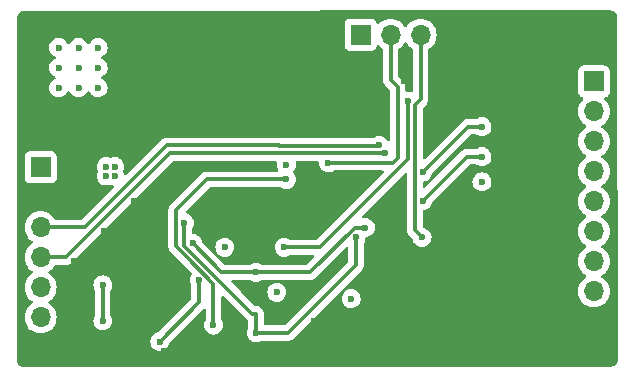
<source format=gbr>
%TF.GenerationSoftware,KiCad,Pcbnew,8.0.6*%
%TF.CreationDate,2025-03-17T21:12:52+03:00*%
%TF.ProjectId,ECU_SW_Control,4543555f-5357-45f4-936f-6e74726f6c2e,v1*%
%TF.SameCoordinates,Original*%
%TF.FileFunction,Copper,L4,Bot*%
%TF.FilePolarity,Positive*%
%FSLAX46Y46*%
G04 Gerber Fmt 4.6, Leading zero omitted, Abs format (unit mm)*
G04 Created by KiCad (PCBNEW 8.0.6) date 2025-03-17 21:12:52*
%MOMM*%
%LPD*%
G01*
G04 APERTURE LIST*
%TA.AperFunction,ComponentPad*%
%ADD10R,1.700000X1.700000*%
%TD*%
%TA.AperFunction,ComponentPad*%
%ADD11O,1.700000X1.700000*%
%TD*%
%TA.AperFunction,ViaPad*%
%ADD12C,0.600000*%
%TD*%
%TA.AperFunction,Conductor*%
%ADD13C,0.300000*%
%TD*%
G04 APERTURE END LIST*
D10*
%TO.P,J2,1,Pin_1*%
%TO.N,/MCU/I_MCLR*%
X188544200Y-111455200D03*
D11*
%TO.P,J2,2,Pin_2*%
%TO.N,/MCU/I_PROG_PGEC*%
X188544200Y-113995200D03*
%TO.P,J2,3,Pin_3*%
%TO.N,/MCU/I_PROG_PGED*%
X188544200Y-116535200D03*
%TO.P,J2,4,Pin_4*%
%TO.N,/MCU/IO_D_C_DEBUG*%
X188544200Y-119075200D03*
%TO.P,J2,5,Pin_5*%
%TO.N,/MCU/IO_C_SPI_CLK*%
X188544200Y-121615200D03*
%TO.P,J2,6,Pin_6*%
%TO.N,/MCU/I_C_SPI_MiSO*%
X188544200Y-124155200D03*
%TO.P,J2,7,Pin_7*%
%TO.N,/MCU/O_C_SPI_MOSI*%
X188544200Y-126695200D03*
%TO.P,J2,8,Pin_8*%
%TO.N,/CAN/5V*%
X188544200Y-129235200D03*
%TO.P,J2,9,Pin_9*%
%TO.N,GND*%
X188544200Y-131775200D03*
%TD*%
D10*
%TO.P,J3,1,Pin_1*%
%TO.N,/MCU/I_A_TEST*%
X168798000Y-107492800D03*
D11*
%TO.P,J3,2,Pin_2*%
%TO.N,/MCU/O_PWM_TEST*%
X171338000Y-107492800D03*
%TO.P,J3,3,Pin_3*%
%TO.N,/MCU/O_D_TEST*%
X173878000Y-107492800D03*
%TD*%
D10*
%TO.P,J1,1,Pin_1*%
%TO.N,/Connector/V_BAT*%
X141706600Y-118719600D03*
D11*
%TO.P,J1,2,Pin_2*%
%TO.N,GND*%
X141706600Y-121259600D03*
%TO.P,J1,3,Pin_3*%
%TO.N,/Connector/COMM1*%
X141706600Y-123799600D03*
%TO.P,J1,4,Pin_4*%
%TO.N,/Connector/COMM2*%
X141706600Y-126339600D03*
%TO.P,J1,5,Pin_5*%
%TO.N,/CAN/CAN-*%
X141706600Y-128879600D03*
%TO.P,J1,6,Pin_6*%
%TO.N,/CAN/CAN+*%
X141706600Y-131419600D03*
%TD*%
D12*
%TO.N,/LDO/V_BATPROT*%
X143223300Y-108585000D03*
X146573300Y-110285000D03*
X144913300Y-111985000D03*
X143223300Y-111985000D03*
X144913300Y-108585000D03*
X144913300Y-110285000D03*
X146573300Y-111985000D03*
X146573300Y-108585000D03*
X143223300Y-110285000D03*
%TO.N,GND*%
X182651400Y-113995200D03*
X157950400Y-108457600D03*
X147040600Y-134315200D03*
X167360600Y-111455200D03*
X179070000Y-121676600D03*
X187731400Y-134315200D03*
X147040600Y-106375200D03*
X185191400Y-113995200D03*
X170789600Y-124663200D03*
X158750400Y-109257600D03*
X182651400Y-129235200D03*
X169900600Y-111455200D03*
X182651400Y-121615200D03*
X158750400Y-108457600D03*
X161100400Y-111607600D03*
X173939200Y-130022600D03*
X151790400Y-126923800D03*
X164871400Y-134315200D03*
X158750400Y-113957600D03*
X152171400Y-134315200D03*
X154660600Y-106375200D03*
X160300400Y-109257600D03*
X159740600Y-106375200D03*
X182651400Y-108915200D03*
X162280600Y-106375200D03*
X158750400Y-110807600D03*
X161100400Y-113957600D03*
X164871400Y-131775200D03*
X158750400Y-111607600D03*
X180111400Y-116535200D03*
X177571400Y-113995200D03*
X182651400Y-124155200D03*
X157251400Y-134315200D03*
X180111400Y-113995200D03*
X180111400Y-134315200D03*
X160300400Y-111607600D03*
X164820600Y-106375200D03*
X144500600Y-119075200D03*
X172440600Y-111455200D03*
X157950400Y-113957600D03*
X156400400Y-109257600D03*
X157251400Y-121615200D03*
X157950400Y-111607600D03*
X157950400Y-110807600D03*
X155600400Y-113957600D03*
X164820600Y-108915200D03*
X182651400Y-126695200D03*
X141960600Y-134315200D03*
X185191400Y-116535200D03*
X160300400Y-108457600D03*
X160300400Y-113157600D03*
X166068800Y-119938800D03*
X152120600Y-106375200D03*
X156400400Y-111607600D03*
X177571400Y-108915200D03*
X182651400Y-119075200D03*
X185191400Y-111455200D03*
X182651400Y-116535200D03*
X149580600Y-134315200D03*
X158750400Y-113157600D03*
X155600400Y-109257600D03*
X187731400Y-106375200D03*
X149580600Y-121615200D03*
X152171400Y-121615200D03*
X185191400Y-108915200D03*
X182651400Y-134315200D03*
X177571400Y-106375200D03*
X155600400Y-108457600D03*
X156400400Y-113157600D03*
X147040600Y-124155200D03*
X144500600Y-134315200D03*
X177571400Y-126695200D03*
X144500600Y-106375200D03*
X164820600Y-111455200D03*
X185191400Y-134315200D03*
X161100400Y-110807600D03*
X182651400Y-131775200D03*
X160300400Y-113957600D03*
X141960600Y-106375200D03*
X180111400Y-119075200D03*
X144500600Y-131775200D03*
X147040600Y-126695200D03*
X161100400Y-108457600D03*
X180111400Y-111455200D03*
X157200600Y-106375200D03*
X185191400Y-126695200D03*
X156400400Y-110807600D03*
X164871400Y-129235200D03*
X161100400Y-113157600D03*
X149580600Y-106375200D03*
X185191400Y-121615200D03*
X156400400Y-113957600D03*
X159791400Y-134315200D03*
X180111400Y-108915200D03*
X162331400Y-124155200D03*
X160300400Y-110807600D03*
X167411400Y-134315200D03*
X180111400Y-106375200D03*
X182651400Y-111455200D03*
X161696400Y-131038600D03*
X185191400Y-124155200D03*
X187731400Y-108915200D03*
X162331400Y-134315200D03*
X177571400Y-111455200D03*
X144500600Y-121615200D03*
X161100400Y-109257600D03*
X155600400Y-110807600D03*
X144500600Y-126695200D03*
X167411400Y-131775200D03*
X155600400Y-111607600D03*
X180111400Y-129235200D03*
X155600400Y-113157600D03*
X156400400Y-108457600D03*
X182651400Y-106375200D03*
X154711400Y-134315200D03*
X180111400Y-124155200D03*
X185191400Y-119075200D03*
X185191400Y-131775200D03*
X157950400Y-113157600D03*
X157950400Y-109257600D03*
X185191400Y-106375200D03*
%TO.N,/CAN/5V*%
X157305800Y-125501400D03*
X167995600Y-129844800D03*
X147980400Y-118668800D03*
X162512800Y-118491000D03*
X147980400Y-119456200D03*
X161696400Y-129311400D03*
X147243800Y-119456200D03*
X147243800Y-118668800D03*
X179070000Y-119951600D03*
%TO.N,Net-(C4-Pad1)*%
X146964400Y-128676400D03*
X146964400Y-131724400D03*
%TO.N,Net-(IC1-~{MCLR})*%
X162331400Y-125501400D03*
X172802400Y-113106200D03*
%TO.N,Net-(IC1-RC5)*%
X174040800Y-121551603D03*
X179070000Y-117830600D03*
%TO.N,/CAN/TX*%
X159943800Y-132740400D03*
X153873200Y-123418600D03*
X168402000Y-124663200D03*
%TO.N,/Connector/COMM2*%
X170891200Y-117525800D03*
%TO.N,/Connector/COMM1*%
X170379051Y-116875800D03*
%TO.N,/MCU/O_D_TEST*%
X173993600Y-124663200D03*
%TO.N,/CAN/STBY*%
X156337000Y-132080000D03*
X162509200Y-119735600D03*
%TO.N,/CAN/RX*%
X154561792Y-125168408D03*
X159943800Y-127609600D03*
X169189400Y-123825000D03*
%TO.N,Net-(IC1-PGED2{slash}RB5)*%
X179070000Y-115290600D03*
X174040800Y-119126000D03*
%TO.N,/MCU/O_PWM_TEST*%
X166068800Y-118338600D03*
%TO.N,Net-(U2-SPLIT)*%
X151790400Y-133477000D03*
X155117800Y-128270000D03*
%TD*%
D13*
%TO.N,Net-(C4-Pad1)*%
X146964400Y-131724400D02*
X146964400Y-128676400D01*
%TO.N,Net-(IC1-~{MCLR})*%
X172802400Y-113106200D02*
X172802400Y-118027600D01*
X165328600Y-125501400D02*
X162331400Y-125501400D01*
X172802400Y-118027600D02*
X165328600Y-125501400D01*
%TO.N,Net-(IC1-RC5)*%
X179070000Y-117830600D02*
X177761803Y-117830600D01*
X177761803Y-117830600D02*
X174040800Y-121551603D01*
%TO.N,/CAN/TX*%
X156837000Y-128363600D02*
X156837000Y-128362855D01*
X159588200Y-131114800D02*
X156837000Y-128363600D01*
X159943800Y-132740400D02*
X159943800Y-131114800D01*
X153873200Y-125399800D02*
X153873200Y-123418600D01*
X154294600Y-125821200D02*
X153873200Y-125399800D01*
X168402000Y-126974600D02*
X168402000Y-124663200D01*
X159943800Y-131114800D02*
X159588200Y-131114800D01*
X154295345Y-125821200D02*
X154294600Y-125821200D01*
X162636200Y-132740400D02*
X168402000Y-126974600D01*
X159943800Y-132740400D02*
X162636200Y-132740400D01*
X156837000Y-128362855D02*
X154295345Y-125821200D01*
%TO.N,/Connector/COMM2*%
X170891200Y-117525800D02*
X152679400Y-117525800D01*
X143865600Y-126339600D02*
X141732000Y-126339600D01*
X152679400Y-117525800D02*
X143865600Y-126339600D01*
%TO.N,/Connector/COMM1*%
X161872961Y-116865400D02*
X152374600Y-116865400D01*
X170374451Y-116880400D02*
X161887961Y-116880400D01*
X152374600Y-116865400D02*
X145440400Y-123799600D01*
X161887961Y-116880400D02*
X161872961Y-116865400D01*
X170379051Y-116875800D02*
X170374451Y-116880400D01*
X145440400Y-123799600D02*
X141732000Y-123799600D01*
%TO.N,/MCU/O_D_TEST*%
X173390800Y-113437039D02*
X173878000Y-112949839D01*
X173878000Y-112949839D02*
X173878000Y-107492800D01*
X173390800Y-124060400D02*
X173390800Y-113437039D01*
X173993600Y-124663200D02*
X173390800Y-124060400D01*
%TO.N,/CAN/STBY*%
X154087493Y-126321200D02*
X153162000Y-125395707D01*
X156337000Y-132080000D02*
X156337000Y-128569961D01*
X156337000Y-128569961D02*
X154088239Y-126321200D01*
X153162000Y-125395707D02*
X153162000Y-122351800D01*
X155778200Y-119735600D02*
X162509200Y-119735600D01*
X154088239Y-126321200D02*
X154087493Y-126321200D01*
X153162000Y-122351800D02*
X155778200Y-119735600D01*
%TO.N,/CAN/RX*%
X157002984Y-127609600D02*
X159943800Y-127609600D01*
X168295561Y-123825000D02*
X169189400Y-123825000D01*
X164510961Y-127609600D02*
X168295561Y-123825000D01*
X159943800Y-127609600D02*
X164510961Y-127609600D01*
X154561792Y-125168408D02*
X157002984Y-127609600D01*
%TO.N,Net-(IC1-PGED2{slash}RB5)*%
X177876200Y-115290600D02*
X179070000Y-115290600D01*
X174040800Y-119126000D02*
X177876200Y-115290600D01*
%TO.N,/MCU/O_PWM_TEST*%
X166068800Y-118338600D02*
X171500800Y-118338600D01*
X171338000Y-111317800D02*
X171338000Y-107492800D01*
X171500800Y-118338600D02*
X171932600Y-117906800D01*
X171932600Y-111912400D02*
X171338000Y-111317800D01*
X171932600Y-117906800D02*
X171932600Y-111912400D01*
%TO.N,Net-(U2-SPLIT)*%
X155117800Y-128270000D02*
X155117800Y-130149600D01*
X155117800Y-130149600D02*
X151790400Y-133477000D01*
%TD*%
%TA.AperFunction,Conductor*%
%TO.N,GND*%
G36*
X167670834Y-125472187D02*
G01*
X167726767Y-125514059D01*
X167751184Y-125579523D01*
X167751500Y-125588369D01*
X167751500Y-126653792D01*
X167731815Y-126720831D01*
X167715181Y-126741473D01*
X162403073Y-132053581D01*
X162341750Y-132087066D01*
X162315392Y-132089900D01*
X160718300Y-132089900D01*
X160651261Y-132070215D01*
X160605506Y-132017411D01*
X160594300Y-131965900D01*
X160594300Y-131050728D01*
X160569302Y-130925061D01*
X160569301Y-130925060D01*
X160569301Y-130925056D01*
X160520265Y-130806673D01*
X160520264Y-130806672D01*
X160520261Y-130806666D01*
X160449076Y-130700131D01*
X160449073Y-130700127D01*
X160358472Y-130609526D01*
X160358468Y-130609523D01*
X160251933Y-130538338D01*
X160251924Y-130538333D01*
X160133544Y-130489299D01*
X160133538Y-130489297D01*
X160007871Y-130464300D01*
X160007869Y-130464300D01*
X159909008Y-130464300D01*
X159841969Y-130444615D01*
X159821327Y-130427981D01*
X158704742Y-129311396D01*
X160890835Y-129311396D01*
X160890835Y-129311403D01*
X160911030Y-129490649D01*
X160911031Y-129490654D01*
X160970611Y-129660923D01*
X161027211Y-129751001D01*
X161066584Y-129813662D01*
X161194138Y-129941216D01*
X161346878Y-130037189D01*
X161425629Y-130064745D01*
X161517145Y-130096768D01*
X161517150Y-130096769D01*
X161696396Y-130116965D01*
X161696400Y-130116965D01*
X161696404Y-130116965D01*
X161875649Y-130096769D01*
X161875652Y-130096768D01*
X161875655Y-130096768D01*
X162045922Y-130037189D01*
X162198662Y-129941216D01*
X162326216Y-129813662D01*
X162422189Y-129660922D01*
X162481768Y-129490655D01*
X162484027Y-129470608D01*
X162501965Y-129311403D01*
X162501965Y-129311396D01*
X162481769Y-129132150D01*
X162481768Y-129132145D01*
X162475773Y-129115013D01*
X162422189Y-128961878D01*
X162326216Y-128809138D01*
X162198662Y-128681584D01*
X162045923Y-128585611D01*
X161875654Y-128526031D01*
X161875649Y-128526030D01*
X161709584Y-128507320D01*
X161701036Y-128503728D01*
X161683216Y-128507320D01*
X161517150Y-128526030D01*
X161517145Y-128526031D01*
X161346876Y-128585611D01*
X161194137Y-128681584D01*
X161066584Y-128809137D01*
X160970611Y-128961876D01*
X160911031Y-129132145D01*
X160911030Y-129132150D01*
X160890835Y-129311396D01*
X158704742Y-129311396D01*
X157865127Y-128471781D01*
X157831642Y-128410458D01*
X157836626Y-128340766D01*
X157878498Y-128284833D01*
X157943962Y-128260416D01*
X157952808Y-128260100D01*
X159438732Y-128260100D01*
X159504704Y-128279106D01*
X159594277Y-128335389D01*
X159594281Y-128335390D01*
X159764537Y-128394966D01*
X159764543Y-128394967D01*
X159764545Y-128394968D01*
X159764546Y-128394968D01*
X159764550Y-128394969D01*
X159943796Y-128415165D01*
X159943800Y-128415165D01*
X159943804Y-128415165D01*
X160123049Y-128394969D01*
X160123051Y-128394968D01*
X160123055Y-128394968D01*
X160123058Y-128394966D01*
X160123062Y-128394966D01*
X160213177Y-128363432D01*
X160293322Y-128335389D01*
X160382896Y-128279105D01*
X160448868Y-128260100D01*
X161669333Y-128260100D01*
X161692231Y-128266823D01*
X161702073Y-128261960D01*
X161723467Y-128260100D01*
X164575032Y-128260100D01*
X164659576Y-128243282D01*
X164700705Y-128235101D01*
X164819088Y-128186065D01*
X164832493Y-128177108D01*
X164841450Y-128171124D01*
X164897442Y-128133710D01*
X164925630Y-128114877D01*
X167539819Y-125500688D01*
X167601142Y-125467203D01*
X167670834Y-125472187D01*
G37*
%TD.AperFunction*%
%TA.AperFunction,Conductor*%
G36*
X165209805Y-118195985D02*
G01*
X165255560Y-118248789D01*
X165265986Y-118314185D01*
X165263235Y-118338598D01*
X165263235Y-118338603D01*
X165283430Y-118517849D01*
X165283431Y-118517854D01*
X165343011Y-118688123D01*
X165438308Y-118839786D01*
X165438984Y-118840862D01*
X165566538Y-118968416D01*
X165606080Y-118993262D01*
X165716271Y-119062500D01*
X165719278Y-119064389D01*
X165840133Y-119106678D01*
X165889545Y-119123968D01*
X165889550Y-119123969D01*
X166068796Y-119144165D01*
X166068800Y-119144165D01*
X166068804Y-119144165D01*
X166248049Y-119123969D01*
X166248051Y-119123968D01*
X166248055Y-119123968D01*
X166248058Y-119123966D01*
X166248062Y-119123966D01*
X166359133Y-119085100D01*
X166418322Y-119064389D01*
X166507896Y-119008105D01*
X166573868Y-118989100D01*
X170621592Y-118989100D01*
X170688631Y-119008785D01*
X170734386Y-119061589D01*
X170744330Y-119130747D01*
X170715305Y-119194303D01*
X170709273Y-119200781D01*
X165095473Y-124814581D01*
X165034150Y-124848066D01*
X165007792Y-124850900D01*
X162836468Y-124850900D01*
X162770496Y-124831894D01*
X162680922Y-124775610D01*
X162680918Y-124775609D01*
X162510662Y-124716033D01*
X162510649Y-124716030D01*
X162331404Y-124695835D01*
X162331396Y-124695835D01*
X162152150Y-124716030D01*
X162152145Y-124716031D01*
X161981876Y-124775611D01*
X161829137Y-124871584D01*
X161701584Y-124999137D01*
X161605611Y-125151876D01*
X161546031Y-125322145D01*
X161546030Y-125322150D01*
X161525835Y-125501396D01*
X161525835Y-125501403D01*
X161546030Y-125680649D01*
X161546031Y-125680654D01*
X161605611Y-125850923D01*
X161621333Y-125875944D01*
X161701584Y-126003662D01*
X161829138Y-126131216D01*
X161892304Y-126170906D01*
X161977421Y-126224389D01*
X161981878Y-126227189D01*
X162152139Y-126286766D01*
X162152145Y-126286768D01*
X162152150Y-126286769D01*
X162331396Y-126306965D01*
X162331400Y-126306965D01*
X162331404Y-126306965D01*
X162510649Y-126286769D01*
X162510651Y-126286768D01*
X162510655Y-126286768D01*
X162510658Y-126286766D01*
X162510662Y-126286766D01*
X162600777Y-126255232D01*
X162680922Y-126227189D01*
X162770496Y-126170905D01*
X162836468Y-126151900D01*
X164749353Y-126151900D01*
X164816392Y-126171585D01*
X164862147Y-126224389D01*
X164872091Y-126293547D01*
X164843066Y-126357103D01*
X164837034Y-126363581D01*
X164277834Y-126922781D01*
X164216511Y-126956266D01*
X164190153Y-126959100D01*
X160448868Y-126959100D01*
X160382896Y-126940094D01*
X160293322Y-126883810D01*
X160293318Y-126883809D01*
X160123062Y-126824233D01*
X160123049Y-126824230D01*
X159943804Y-126804035D01*
X159943796Y-126804035D01*
X159764550Y-126824230D01*
X159764537Y-126824233D01*
X159594281Y-126883809D01*
X159594277Y-126883810D01*
X159504704Y-126940094D01*
X159438732Y-126959100D01*
X157323792Y-126959100D01*
X157256753Y-126939415D01*
X157236111Y-126922781D01*
X155814726Y-125501396D01*
X156500235Y-125501396D01*
X156500235Y-125501403D01*
X156520430Y-125680649D01*
X156520431Y-125680654D01*
X156580011Y-125850923D01*
X156595733Y-125875944D01*
X156675984Y-126003662D01*
X156803538Y-126131216D01*
X156866704Y-126170906D01*
X156951821Y-126224389D01*
X156956278Y-126227189D01*
X157126539Y-126286766D01*
X157126545Y-126286768D01*
X157126550Y-126286769D01*
X157305796Y-126306965D01*
X157305800Y-126306965D01*
X157305804Y-126306965D01*
X157485049Y-126286769D01*
X157485052Y-126286768D01*
X157485055Y-126286768D01*
X157655322Y-126227189D01*
X157808062Y-126131216D01*
X157935616Y-126003662D01*
X158031589Y-125850922D01*
X158091168Y-125680655D01*
X158091169Y-125680649D01*
X158111365Y-125501403D01*
X158111365Y-125501396D01*
X158091169Y-125322150D01*
X158091168Y-125322145D01*
X158080975Y-125293015D01*
X158031589Y-125151878D01*
X157935616Y-124999138D01*
X157808062Y-124871584D01*
X157775144Y-124850900D01*
X157655323Y-124775611D01*
X157485054Y-124716031D01*
X157485049Y-124716030D01*
X157305804Y-124695835D01*
X157305796Y-124695835D01*
X157126550Y-124716030D01*
X157126545Y-124716031D01*
X156956276Y-124775611D01*
X156803537Y-124871584D01*
X156675984Y-124999137D01*
X156580011Y-125151876D01*
X156520431Y-125322145D01*
X156520430Y-125322150D01*
X156500235Y-125501396D01*
X155814726Y-125501396D01*
X155383514Y-125070184D01*
X155350029Y-125008861D01*
X155347974Y-124996381D01*
X155347160Y-124989153D01*
X155287581Y-124818886D01*
X155260389Y-124775611D01*
X155248374Y-124756488D01*
X155191608Y-124666146D01*
X155064054Y-124538592D01*
X154911315Y-124442619D01*
X154741046Y-124383039D01*
X154741042Y-124383038D01*
X154633816Y-124370957D01*
X154569402Y-124343890D01*
X154529847Y-124286295D01*
X154523700Y-124247737D01*
X154523700Y-123923667D01*
X154542707Y-123857694D01*
X154598988Y-123768124D01*
X154608972Y-123739592D01*
X154658568Y-123597855D01*
X154658569Y-123597849D01*
X154678765Y-123418603D01*
X154678765Y-123418596D01*
X154658569Y-123239350D01*
X154658568Y-123239345D01*
X154598988Y-123069076D01*
X154559782Y-123006680D01*
X154503016Y-122916338D01*
X154375462Y-122788784D01*
X154331405Y-122761101D01*
X154222723Y-122692811D01*
X154052089Y-122633104D01*
X153995313Y-122592382D01*
X153969566Y-122527429D01*
X153983022Y-122458868D01*
X154005360Y-122428385D01*
X156011327Y-120422419D01*
X156072650Y-120388934D01*
X156099008Y-120386100D01*
X162004132Y-120386100D01*
X162070104Y-120405106D01*
X162159677Y-120461389D01*
X162159681Y-120461390D01*
X162329937Y-120520966D01*
X162329943Y-120520967D01*
X162329945Y-120520968D01*
X162329946Y-120520968D01*
X162329950Y-120520969D01*
X162509196Y-120541165D01*
X162509200Y-120541165D01*
X162509204Y-120541165D01*
X162688449Y-120520969D01*
X162688452Y-120520968D01*
X162688455Y-120520968D01*
X162858722Y-120461389D01*
X163011462Y-120365416D01*
X163139016Y-120237862D01*
X163234989Y-120085122D01*
X163294568Y-119914855D01*
X163301674Y-119851788D01*
X163314765Y-119735603D01*
X163314765Y-119735596D01*
X163294569Y-119556350D01*
X163294568Y-119556345D01*
X163259524Y-119456196D01*
X163234989Y-119386078D01*
X163226538Y-119372629D01*
X163152567Y-119254904D01*
X163139016Y-119233338D01*
X163108459Y-119202781D01*
X163074974Y-119141458D01*
X163079958Y-119071766D01*
X163108459Y-119027419D01*
X163117556Y-119018322D01*
X163142616Y-118993262D01*
X163238589Y-118840522D01*
X163298168Y-118670255D01*
X163298332Y-118668800D01*
X163318365Y-118491003D01*
X163318365Y-118490997D01*
X163298443Y-118314184D01*
X163310497Y-118245362D01*
X163357847Y-118193982D01*
X163421663Y-118176300D01*
X165142766Y-118176300D01*
X165209805Y-118195985D01*
G37*
%TD.AperFunction*%
%TA.AperFunction,Conductor*%
G36*
X172692855Y-108159346D02*
G01*
X172709575Y-108178642D01*
X172839501Y-108364196D01*
X172839506Y-108364202D01*
X173006597Y-108531293D01*
X173006603Y-108531298D01*
X173174623Y-108648947D01*
X173218248Y-108703524D01*
X173227500Y-108750522D01*
X173227500Y-112232094D01*
X173207815Y-112299133D01*
X173155011Y-112344888D01*
X173085853Y-112354832D01*
X173062546Y-112349136D01*
X172981657Y-112320832D01*
X172981649Y-112320830D01*
X172802404Y-112300635D01*
X172802395Y-112300635D01*
X172720982Y-112309807D01*
X172652160Y-112297752D01*
X172600782Y-112250402D01*
X172583100Y-112186587D01*
X172583100Y-111848328D01*
X172558102Y-111722661D01*
X172558101Y-111722660D01*
X172558101Y-111722656D01*
X172509065Y-111604273D01*
X172509064Y-111604272D01*
X172509061Y-111604266D01*
X172444433Y-111507544D01*
X172444430Y-111507540D01*
X172444428Y-111507536D01*
X172437876Y-111497730D01*
X172437875Y-111497729D01*
X172437873Y-111497726D01*
X172024819Y-111084672D01*
X171991334Y-111023349D01*
X171988500Y-110996991D01*
X171988500Y-108750522D01*
X172008185Y-108683483D01*
X172041377Y-108648947D01*
X172092429Y-108613199D01*
X172209401Y-108531295D01*
X172376495Y-108364201D01*
X172506425Y-108178642D01*
X172561002Y-108135017D01*
X172630500Y-108127823D01*
X172692855Y-108159346D01*
G37*
%TD.AperFunction*%
%TA.AperFunction,Conductor*%
G36*
X189955809Y-105446453D02*
G01*
X190060991Y-105458298D01*
X190088057Y-105464475D01*
X190181374Y-105497123D01*
X190206393Y-105509171D01*
X190290104Y-105561768D01*
X190311815Y-105579082D01*
X190381717Y-105648984D01*
X190399031Y-105670695D01*
X190451628Y-105754406D01*
X190463676Y-105779427D01*
X190496323Y-105872740D01*
X190502501Y-105899813D01*
X190514348Y-106005015D01*
X190515127Y-106018897D01*
X190515124Y-106084285D01*
X190515304Y-106086997D01*
X190583681Y-135019309D01*
X190582901Y-135033485D01*
X190571066Y-135138530D01*
X190564887Y-135165602D01*
X190532234Y-135258918D01*
X190520187Y-135283935D01*
X190467583Y-135367653D01*
X190450270Y-135389362D01*
X190380362Y-135459270D01*
X190358653Y-135476583D01*
X190274935Y-135529187D01*
X190249922Y-135541232D01*
X190156598Y-135573888D01*
X190129529Y-135580066D01*
X190042519Y-135589869D01*
X190024315Y-135591920D01*
X190010434Y-135592700D01*
X189944255Y-135592700D01*
X189942932Y-135592786D01*
X140265463Y-135651149D01*
X140251434Y-135650369D01*
X140146668Y-135638565D01*
X140119595Y-135632386D01*
X140026275Y-135599731D01*
X140001257Y-135587683D01*
X139917537Y-135535076D01*
X139895829Y-135517763D01*
X139854650Y-135476583D01*
X139825918Y-135447850D01*
X139808611Y-135426148D01*
X139756007Y-135342424D01*
X139743960Y-135317406D01*
X139711308Y-135224082D01*
X139705130Y-135197010D01*
X139693285Y-135091848D01*
X139692506Y-135077861D01*
X139692551Y-135026413D01*
X139702370Y-123799599D01*
X140350941Y-123799599D01*
X140350941Y-123799600D01*
X140371536Y-124035003D01*
X140371538Y-124035013D01*
X140432694Y-124263255D01*
X140432696Y-124263259D01*
X140432697Y-124263263D01*
X140516332Y-124442619D01*
X140532565Y-124477430D01*
X140532567Y-124477434D01*
X140631598Y-124618864D01*
X140668101Y-124670996D01*
X140668106Y-124671002D01*
X140835197Y-124838093D01*
X140835203Y-124838098D01*
X141020758Y-124968025D01*
X141064383Y-125022602D01*
X141071577Y-125092100D01*
X141040054Y-125154455D01*
X141020758Y-125171175D01*
X140835197Y-125301105D01*
X140668105Y-125468197D01*
X140532565Y-125661769D01*
X140532564Y-125661771D01*
X140432698Y-125875935D01*
X140432694Y-125875944D01*
X140371538Y-126104186D01*
X140371536Y-126104196D01*
X140350941Y-126339599D01*
X140350941Y-126339600D01*
X140371536Y-126575003D01*
X140371538Y-126575013D01*
X140432694Y-126803255D01*
X140432696Y-126803259D01*
X140432697Y-126803263D01*
X140496186Y-126939415D01*
X140532565Y-127017430D01*
X140532567Y-127017434D01*
X140631598Y-127158864D01*
X140668101Y-127210996D01*
X140668106Y-127211002D01*
X140835197Y-127378093D01*
X140835203Y-127378098D01*
X141020758Y-127508025D01*
X141064383Y-127562602D01*
X141071577Y-127632100D01*
X141040054Y-127694455D01*
X141020758Y-127711175D01*
X140835197Y-127841105D01*
X140668105Y-128008197D01*
X140532565Y-128201769D01*
X140532564Y-128201771D01*
X140432698Y-128415935D01*
X140432694Y-128415944D01*
X140371538Y-128644186D01*
X140371536Y-128644196D01*
X140350941Y-128879599D01*
X140350941Y-128879600D01*
X140371536Y-129115003D01*
X140371538Y-129115013D01*
X140432694Y-129343255D01*
X140432696Y-129343259D01*
X140432697Y-129343263D01*
X140501427Y-129490654D01*
X140532565Y-129557430D01*
X140532567Y-129557434D01*
X140668101Y-129750995D01*
X140668106Y-129751002D01*
X140835197Y-129918093D01*
X140835203Y-129918098D01*
X141020758Y-130048025D01*
X141064383Y-130102602D01*
X141071577Y-130172100D01*
X141040054Y-130234455D01*
X141020758Y-130251175D01*
X140835197Y-130381105D01*
X140668105Y-130548197D01*
X140532565Y-130741769D01*
X140532564Y-130741771D01*
X140432698Y-130955935D01*
X140432694Y-130955944D01*
X140371538Y-131184186D01*
X140371536Y-131184196D01*
X140350941Y-131419599D01*
X140350941Y-131419600D01*
X140371536Y-131655003D01*
X140371538Y-131655013D01*
X140432694Y-131883255D01*
X140432696Y-131883259D01*
X140432697Y-131883263D01*
X140524435Y-132079996D01*
X140532565Y-132097430D01*
X140532567Y-132097434D01*
X140623054Y-132226662D01*
X140668105Y-132291001D01*
X140835199Y-132458095D01*
X140908996Y-132509768D01*
X141028765Y-132593632D01*
X141028767Y-132593633D01*
X141028770Y-132593635D01*
X141242937Y-132693503D01*
X141471192Y-132754663D01*
X141659518Y-132771139D01*
X141706599Y-132775259D01*
X141706600Y-132775259D01*
X141706601Y-132775259D01*
X141745834Y-132771826D01*
X141942008Y-132754663D01*
X142170263Y-132693503D01*
X142384430Y-132593635D01*
X142578001Y-132458095D01*
X142745095Y-132291001D01*
X142880635Y-132097430D01*
X142980503Y-131883263D01*
X143041663Y-131655008D01*
X143062259Y-131419600D01*
X143041663Y-131184192D01*
X142980503Y-130955937D01*
X142880635Y-130741771D01*
X142851479Y-130700131D01*
X142745094Y-130548197D01*
X142578002Y-130381106D01*
X142577996Y-130381101D01*
X142392442Y-130251175D01*
X142348817Y-130196598D01*
X142341623Y-130127100D01*
X142373146Y-130064745D01*
X142392442Y-130048025D01*
X142426683Y-130024049D01*
X142578001Y-129918095D01*
X142745095Y-129751001D01*
X142880635Y-129557430D01*
X142980503Y-129343263D01*
X143041663Y-129115008D01*
X143062259Y-128879600D01*
X143044481Y-128676396D01*
X146158835Y-128676396D01*
X146158835Y-128676403D01*
X146179030Y-128855649D01*
X146179031Y-128855654D01*
X146238611Y-129025924D01*
X146294893Y-129115494D01*
X146313900Y-129181467D01*
X146313900Y-131219331D01*
X146294894Y-131285303D01*
X146238611Y-131374877D01*
X146238609Y-131374881D01*
X146179033Y-131545137D01*
X146179030Y-131545150D01*
X146158835Y-131724396D01*
X146158835Y-131724403D01*
X146179030Y-131903649D01*
X146179031Y-131903654D01*
X146238611Y-132073923D01*
X146334584Y-132226662D01*
X146462138Y-132354216D01*
X146520484Y-132390877D01*
X146581986Y-132429522D01*
X146614878Y-132450189D01*
X146637481Y-132458098D01*
X146785145Y-132509768D01*
X146785150Y-132509769D01*
X146964396Y-132529965D01*
X146964400Y-132529965D01*
X146964404Y-132529965D01*
X147143649Y-132509769D01*
X147143652Y-132509768D01*
X147143655Y-132509768D01*
X147313922Y-132450189D01*
X147466662Y-132354216D01*
X147594216Y-132226662D01*
X147690189Y-132073922D01*
X147749768Y-131903655D01*
X147749769Y-131903649D01*
X147769965Y-131724403D01*
X147769965Y-131724396D01*
X147749769Y-131545150D01*
X147749766Y-131545137D01*
X147690190Y-131374881D01*
X147690189Y-131374878D01*
X147668408Y-131340214D01*
X147633906Y-131285303D01*
X147614900Y-131219331D01*
X147614900Y-129181467D01*
X147633907Y-129115494D01*
X147690188Y-129025924D01*
X147712599Y-128961878D01*
X147749768Y-128855655D01*
X147755009Y-128809138D01*
X147769965Y-128676403D01*
X147769965Y-128676396D01*
X147749769Y-128497150D01*
X147749768Y-128497145D01*
X147740893Y-128471781D01*
X147690189Y-128326878D01*
X147594216Y-128174138D01*
X147466662Y-128046584D01*
X147372949Y-127987700D01*
X147313923Y-127950611D01*
X147143654Y-127891031D01*
X147143649Y-127891030D01*
X146964404Y-127870835D01*
X146964396Y-127870835D01*
X146785150Y-127891030D01*
X146785145Y-127891031D01*
X146614876Y-127950611D01*
X146462137Y-128046584D01*
X146334584Y-128174137D01*
X146238611Y-128326876D01*
X146179031Y-128497145D01*
X146179030Y-128497150D01*
X146158835Y-128676396D01*
X143044481Y-128676396D01*
X143041663Y-128644192D01*
X142980503Y-128415937D01*
X142880635Y-128201771D01*
X142877089Y-128196706D01*
X142745094Y-128008197D01*
X142578002Y-127841106D01*
X142577996Y-127841101D01*
X142392442Y-127711175D01*
X142348817Y-127656598D01*
X142341623Y-127587100D01*
X142373146Y-127524745D01*
X142392442Y-127508025D01*
X142414626Y-127492491D01*
X142578001Y-127378095D01*
X142745095Y-127211001D01*
X142862747Y-127042977D01*
X142917324Y-126999352D01*
X142964322Y-126990100D01*
X143929671Y-126990100D01*
X144014215Y-126973282D01*
X144055344Y-126965101D01*
X144173727Y-126916065D01*
X144221999Y-126883811D01*
X144280269Y-126844877D01*
X152912527Y-118212619D01*
X152973850Y-118179134D01*
X153000208Y-118176300D01*
X161603937Y-118176300D01*
X161670976Y-118195985D01*
X161716731Y-118248789D01*
X161727157Y-118314184D01*
X161707235Y-118490997D01*
X161707235Y-118491003D01*
X161727430Y-118670249D01*
X161727431Y-118670254D01*
X161787011Y-118840523D01*
X161821322Y-118895128D01*
X161840322Y-118962365D01*
X161819954Y-119029200D01*
X161766686Y-119074414D01*
X161716328Y-119085100D01*
X155714129Y-119085100D01*
X155588461Y-119110097D01*
X155588455Y-119110099D01*
X155550068Y-119126000D01*
X155550067Y-119126000D01*
X155470081Y-119159130D01*
X155470063Y-119159140D01*
X155363532Y-119230321D01*
X155363525Y-119230327D01*
X152656726Y-121937126D01*
X152585534Y-122043674D01*
X152536499Y-122162055D01*
X152536497Y-122162061D01*
X152511500Y-122287728D01*
X152511500Y-125459778D01*
X152513971Y-125472198D01*
X152531926Y-125562461D01*
X152535320Y-125579523D01*
X152536499Y-125585451D01*
X152585534Y-125703832D01*
X152656726Y-125810380D01*
X152656727Y-125810381D01*
X153673321Y-126826974D01*
X153681292Y-126834199D01*
X154467008Y-127619915D01*
X154500493Y-127681238D01*
X154495509Y-127750930D01*
X154484321Y-127773568D01*
X154392011Y-127920476D01*
X154332431Y-128090745D01*
X154332430Y-128090750D01*
X154312235Y-128269996D01*
X154312235Y-128270003D01*
X154332430Y-128449249D01*
X154332431Y-128449254D01*
X154392011Y-128619524D01*
X154448293Y-128709094D01*
X154467300Y-128775067D01*
X154467300Y-129828791D01*
X154447615Y-129895830D01*
X154430981Y-129916472D01*
X151692175Y-132655277D01*
X151630852Y-132688762D01*
X151618388Y-132690815D01*
X151611152Y-132691630D01*
X151611144Y-132691632D01*
X151440878Y-132751210D01*
X151288137Y-132847184D01*
X151160584Y-132974737D01*
X151064611Y-133127476D01*
X151005031Y-133297745D01*
X151005030Y-133297750D01*
X150984835Y-133476996D01*
X150984835Y-133477003D01*
X151005030Y-133656249D01*
X151005031Y-133656254D01*
X151064611Y-133826523D01*
X151160584Y-133979262D01*
X151288138Y-134106816D01*
X151440878Y-134202789D01*
X151611145Y-134262368D01*
X151611150Y-134262369D01*
X151790396Y-134282565D01*
X151790400Y-134282565D01*
X151790404Y-134282565D01*
X151969649Y-134262369D01*
X151969652Y-134262368D01*
X151969655Y-134262368D01*
X152139922Y-134202789D01*
X152292662Y-134106816D01*
X152420216Y-133979262D01*
X152516189Y-133826522D01*
X152575768Y-133656255D01*
X152576582Y-133649025D01*
X152603645Y-133584611D01*
X152612112Y-133575232D01*
X155474819Y-130712526D01*
X155536142Y-130679041D01*
X155605834Y-130684025D01*
X155661767Y-130725897D01*
X155686184Y-130791361D01*
X155686500Y-130800207D01*
X155686500Y-131574931D01*
X155667494Y-131640903D01*
X155611211Y-131730477D01*
X155611209Y-131730481D01*
X155551633Y-131900737D01*
X155551630Y-131900750D01*
X155531435Y-132079996D01*
X155531435Y-132080003D01*
X155551630Y-132259249D01*
X155551631Y-132259254D01*
X155611211Y-132429523D01*
X155693910Y-132561137D01*
X155707184Y-132582262D01*
X155834738Y-132709816D01*
X155987478Y-132805789D01*
X156105778Y-132847184D01*
X156157745Y-132865368D01*
X156157750Y-132865369D01*
X156336996Y-132885565D01*
X156337000Y-132885565D01*
X156337004Y-132885565D01*
X156516249Y-132865369D01*
X156516252Y-132865368D01*
X156516255Y-132865368D01*
X156686522Y-132805789D01*
X156839262Y-132709816D01*
X156966816Y-132582262D01*
X157062789Y-132429522D01*
X157122368Y-132259255D01*
X157125064Y-132235331D01*
X157142565Y-132080003D01*
X157142565Y-132079996D01*
X157122369Y-131900750D01*
X157122366Y-131900737D01*
X157062790Y-131730481D01*
X157062789Y-131730478D01*
X157038150Y-131691265D01*
X157006506Y-131640903D01*
X156987500Y-131574931D01*
X156987500Y-129733408D01*
X157007185Y-129666369D01*
X157059989Y-129620614D01*
X157129147Y-129610670D01*
X157192703Y-129639695D01*
X157199181Y-129645727D01*
X159173524Y-131620071D01*
X159173527Y-131620074D01*
X159225805Y-131655005D01*
X159225817Y-131655013D01*
X159238186Y-131663277D01*
X159282993Y-131716885D01*
X159293300Y-131766382D01*
X159293300Y-132235331D01*
X159274294Y-132301303D01*
X159218011Y-132390877D01*
X159218009Y-132390881D01*
X159158433Y-132561137D01*
X159158430Y-132561150D01*
X159138235Y-132740396D01*
X159138235Y-132740403D01*
X159158430Y-132919649D01*
X159158431Y-132919654D01*
X159218011Y-133089923D01*
X159241609Y-133127478D01*
X159313984Y-133242662D01*
X159441538Y-133370216D01*
X159594278Y-133466189D01*
X159625183Y-133477003D01*
X159764545Y-133525768D01*
X159764550Y-133525769D01*
X159943796Y-133545965D01*
X159943800Y-133545965D01*
X159943804Y-133545965D01*
X160123049Y-133525769D01*
X160123051Y-133525768D01*
X160123055Y-133525768D01*
X160123058Y-133525766D01*
X160123062Y-133525766D01*
X160262417Y-133477003D01*
X160293322Y-133466189D01*
X160382896Y-133409905D01*
X160448868Y-133390900D01*
X162700271Y-133390900D01*
X162784815Y-133374082D01*
X162825944Y-133365901D01*
X162944327Y-133316865D01*
X163050869Y-133245677D01*
X166451750Y-129844796D01*
X167190035Y-129844796D01*
X167190035Y-129844803D01*
X167210230Y-130024049D01*
X167210231Y-130024054D01*
X167269811Y-130194323D01*
X167295028Y-130234455D01*
X167365784Y-130347062D01*
X167493338Y-130474616D01*
X167516703Y-130489297D01*
X167636019Y-130564269D01*
X167646078Y-130570589D01*
X167757345Y-130609523D01*
X167816345Y-130630168D01*
X167816350Y-130630169D01*
X167995596Y-130650365D01*
X167995600Y-130650365D01*
X167995604Y-130650365D01*
X168174849Y-130630169D01*
X168174852Y-130630168D01*
X168174855Y-130630168D01*
X168345122Y-130570589D01*
X168497862Y-130474616D01*
X168625416Y-130347062D01*
X168721389Y-130194322D01*
X168780968Y-130024055D01*
X168790302Y-129941215D01*
X168801165Y-129844803D01*
X168801165Y-129844796D01*
X168780969Y-129665550D01*
X168780968Y-129665545D01*
X168721388Y-129495276D01*
X168625872Y-129343264D01*
X168625416Y-129342538D01*
X168497862Y-129214984D01*
X168366025Y-129132145D01*
X168345123Y-129119011D01*
X168174854Y-129059431D01*
X168174849Y-129059430D01*
X167995604Y-129039235D01*
X167995596Y-129039235D01*
X167816350Y-129059430D01*
X167816345Y-129059431D01*
X167646076Y-129119011D01*
X167493337Y-129214984D01*
X167365784Y-129342537D01*
X167269811Y-129495276D01*
X167210231Y-129665545D01*
X167210230Y-129665550D01*
X167190035Y-129844796D01*
X166451750Y-129844796D01*
X168907277Y-127389269D01*
X168978466Y-127282726D01*
X169027501Y-127164343D01*
X169038841Y-127107338D01*
X169052500Y-127038669D01*
X169052500Y-125168267D01*
X169071507Y-125102294D01*
X169127788Y-125012724D01*
X169132542Y-124999138D01*
X169187368Y-124842455D01*
X169187860Y-124838095D01*
X169200451Y-124726337D01*
X169227517Y-124661923D01*
X169285111Y-124622368D01*
X169309776Y-124617001D01*
X169368655Y-124610368D01*
X169538922Y-124550789D01*
X169691662Y-124454816D01*
X169819216Y-124327262D01*
X169915189Y-124174522D01*
X169974768Y-124004255D01*
X169974769Y-124004249D01*
X169994965Y-123825003D01*
X169994965Y-123824996D01*
X169974769Y-123645750D01*
X169974768Y-123645745D01*
X169915189Y-123475478D01*
X169819216Y-123322738D01*
X169691662Y-123195184D01*
X169613810Y-123146266D01*
X169538923Y-123099211D01*
X169368654Y-123039631D01*
X169368649Y-123039630D01*
X169189404Y-123019435D01*
X169189396Y-123019435D01*
X169024383Y-123038027D01*
X168955561Y-123025972D01*
X168904182Y-122978623D01*
X168886558Y-122911013D01*
X168908285Y-122844607D01*
X168922814Y-122827131D01*
X172528619Y-119221327D01*
X172589942Y-119187842D01*
X172659634Y-119192826D01*
X172715567Y-119234698D01*
X172739984Y-119300162D01*
X172740300Y-119309008D01*
X172740300Y-124124469D01*
X172740300Y-124124471D01*
X172740299Y-124124471D01*
X172763214Y-124239665D01*
X172765299Y-124250144D01*
X172765299Y-124250145D01*
X172814333Y-124368525D01*
X172829092Y-124390613D01*
X172881992Y-124469785D01*
X172885526Y-124475073D01*
X172885527Y-124475074D01*
X173171877Y-124761423D01*
X173205362Y-124822746D01*
X173207415Y-124835212D01*
X173208230Y-124842446D01*
X173208232Y-124842455D01*
X173267810Y-125012721D01*
X173324093Y-125102294D01*
X173363784Y-125165462D01*
X173491338Y-125293016D01*
X173540052Y-125323625D01*
X173626910Y-125378202D01*
X173644078Y-125388989D01*
X173683262Y-125402700D01*
X173814345Y-125448568D01*
X173814350Y-125448569D01*
X173993596Y-125468765D01*
X173993600Y-125468765D01*
X173993604Y-125468765D01*
X174172849Y-125448569D01*
X174172852Y-125448568D01*
X174172855Y-125448568D01*
X174343122Y-125388989D01*
X174495862Y-125293016D01*
X174623416Y-125165462D01*
X174719389Y-125012722D01*
X174778968Y-124842455D01*
X174779459Y-124838098D01*
X174799165Y-124663203D01*
X174799165Y-124663196D01*
X174778969Y-124483950D01*
X174778968Y-124483945D01*
X174774013Y-124469785D01*
X174719389Y-124313678D01*
X174623416Y-124160938D01*
X174495862Y-124033384D01*
X174449494Y-124004249D01*
X174343121Y-123937410D01*
X174172855Y-123877832D01*
X174172846Y-123877830D01*
X174165612Y-123877015D01*
X174101200Y-123849944D01*
X174091823Y-123841477D01*
X174077619Y-123827273D01*
X174044134Y-123765950D01*
X174041300Y-123739592D01*
X174041300Y-122467924D01*
X174060985Y-122400885D01*
X174113789Y-122355130D01*
X174151412Y-122344704D01*
X174220055Y-122336971D01*
X174390322Y-122277392D01*
X174543062Y-122181419D01*
X174670616Y-122053865D01*
X174766589Y-121901125D01*
X174826168Y-121730858D01*
X174826982Y-121723628D01*
X174854045Y-121659214D01*
X174862512Y-121649835D01*
X176560752Y-119951596D01*
X178264435Y-119951596D01*
X178264435Y-119951603D01*
X178284630Y-120130849D01*
X178284631Y-120130854D01*
X178344211Y-120301123D01*
X178418577Y-120419475D01*
X178440184Y-120453862D01*
X178567738Y-120581416D01*
X178720478Y-120677389D01*
X178890745Y-120736968D01*
X178890750Y-120736969D01*
X179069996Y-120757165D01*
X179070000Y-120757165D01*
X179070004Y-120757165D01*
X179249249Y-120736969D01*
X179249252Y-120736968D01*
X179249255Y-120736968D01*
X179419522Y-120677389D01*
X179572262Y-120581416D01*
X179699816Y-120453862D01*
X179795789Y-120301122D01*
X179855368Y-120130855D01*
X179857301Y-120113698D01*
X179875565Y-119951603D01*
X179875565Y-119951596D01*
X179855369Y-119772350D01*
X179855368Y-119772345D01*
X179801176Y-119617473D01*
X179795789Y-119602078D01*
X179699816Y-119449338D01*
X179572262Y-119321784D01*
X179419523Y-119225811D01*
X179249254Y-119166231D01*
X179249249Y-119166230D01*
X179070004Y-119146035D01*
X179069996Y-119146035D01*
X178890750Y-119166230D01*
X178890745Y-119166231D01*
X178720476Y-119225811D01*
X178567737Y-119321784D01*
X178440184Y-119449337D01*
X178344211Y-119602076D01*
X178284631Y-119772345D01*
X178284630Y-119772350D01*
X178264435Y-119951596D01*
X176560752Y-119951596D01*
X177994930Y-118517419D01*
X178056253Y-118483934D01*
X178082611Y-118481100D01*
X178564932Y-118481100D01*
X178630904Y-118500106D01*
X178720477Y-118556389D01*
X178720481Y-118556390D01*
X178890737Y-118615966D01*
X178890743Y-118615967D01*
X178890745Y-118615968D01*
X178890746Y-118615968D01*
X178890750Y-118615969D01*
X179069996Y-118636165D01*
X179070000Y-118636165D01*
X179070004Y-118636165D01*
X179249249Y-118615969D01*
X179249252Y-118615968D01*
X179249255Y-118615968D01*
X179419522Y-118556389D01*
X179572262Y-118460416D01*
X179699816Y-118332862D01*
X179795789Y-118180122D01*
X179855368Y-118009855D01*
X179857169Y-117993872D01*
X179875565Y-117830603D01*
X179875565Y-117830596D01*
X179855369Y-117651350D01*
X179855368Y-117651345D01*
X179795788Y-117481076D01*
X179748988Y-117406595D01*
X179699816Y-117328338D01*
X179572262Y-117200784D01*
X179509096Y-117161094D01*
X179419523Y-117104811D01*
X179249254Y-117045231D01*
X179249249Y-117045230D01*
X179070004Y-117025035D01*
X179069996Y-117025035D01*
X178890750Y-117045230D01*
X178890737Y-117045233D01*
X178720481Y-117104809D01*
X178720477Y-117104810D01*
X178630904Y-117161094D01*
X178564932Y-117180100D01*
X177697732Y-117180100D01*
X177572064Y-117205097D01*
X177572058Y-117205099D01*
X177453677Y-117254134D01*
X177347129Y-117325326D01*
X177347128Y-117325327D01*
X174252981Y-120419475D01*
X174191658Y-120452960D01*
X174121966Y-120447976D01*
X174066033Y-120406104D01*
X174041616Y-120340640D01*
X174041300Y-120331794D01*
X174041300Y-120042321D01*
X174060985Y-119975282D01*
X174113789Y-119929527D01*
X174151412Y-119919101D01*
X174220055Y-119911368D01*
X174390322Y-119851789D01*
X174543062Y-119755816D01*
X174670616Y-119628262D01*
X174766589Y-119475522D01*
X174826168Y-119305255D01*
X174826982Y-119298025D01*
X174854045Y-119233611D01*
X174862512Y-119224232D01*
X178109327Y-115977419D01*
X178170650Y-115943934D01*
X178197008Y-115941100D01*
X178564932Y-115941100D01*
X178630904Y-115960106D01*
X178720477Y-116016389D01*
X178720481Y-116016390D01*
X178890737Y-116075966D01*
X178890743Y-116075967D01*
X178890745Y-116075968D01*
X178890746Y-116075968D01*
X178890750Y-116075969D01*
X179069996Y-116096165D01*
X179070000Y-116096165D01*
X179070004Y-116096165D01*
X179249249Y-116075969D01*
X179249252Y-116075968D01*
X179249255Y-116075968D01*
X179419522Y-116016389D01*
X179572262Y-115920416D01*
X179699816Y-115792862D01*
X179795789Y-115640122D01*
X179855368Y-115469855D01*
X179855369Y-115469849D01*
X179875565Y-115290603D01*
X179875565Y-115290596D01*
X179855369Y-115111350D01*
X179855368Y-115111345D01*
X179795788Y-114941076D01*
X179699815Y-114788337D01*
X179572262Y-114660784D01*
X179419523Y-114564811D01*
X179249254Y-114505231D01*
X179249249Y-114505230D01*
X179070004Y-114485035D01*
X179069996Y-114485035D01*
X178890750Y-114505230D01*
X178890737Y-114505233D01*
X178720481Y-114564809D01*
X178720477Y-114564810D01*
X178630904Y-114621094D01*
X178564932Y-114640100D01*
X177812129Y-114640100D01*
X177686461Y-114665097D01*
X177686455Y-114665099D01*
X177568074Y-114714134D01*
X177461526Y-114785326D01*
X177461525Y-114785327D01*
X174252981Y-117993872D01*
X174191658Y-118027357D01*
X174121966Y-118022373D01*
X174066033Y-117980501D01*
X174041616Y-117915037D01*
X174041300Y-117906191D01*
X174041300Y-113995199D01*
X187188541Y-113995199D01*
X187188541Y-113995200D01*
X187209136Y-114230603D01*
X187209138Y-114230613D01*
X187270294Y-114458855D01*
X187270296Y-114458859D01*
X187270297Y-114458863D01*
X187364455Y-114660784D01*
X187370165Y-114673030D01*
X187370167Y-114673034D01*
X187505701Y-114866595D01*
X187505706Y-114866602D01*
X187672797Y-115033693D01*
X187672803Y-115033698D01*
X187858358Y-115163625D01*
X187901983Y-115218202D01*
X187909177Y-115287700D01*
X187877654Y-115350055D01*
X187858358Y-115366775D01*
X187672797Y-115496705D01*
X187505705Y-115663797D01*
X187370165Y-115857369D01*
X187370164Y-115857371D01*
X187270298Y-116071535D01*
X187270294Y-116071544D01*
X187209138Y-116299786D01*
X187209136Y-116299796D01*
X187188541Y-116535199D01*
X187188541Y-116535200D01*
X187209136Y-116770603D01*
X187209138Y-116770613D01*
X187270294Y-116998855D01*
X187270296Y-116998859D01*
X187270297Y-116998863D01*
X187364455Y-117200784D01*
X187370165Y-117213030D01*
X187370167Y-117213034D01*
X187505701Y-117406595D01*
X187505706Y-117406602D01*
X187672797Y-117573693D01*
X187672803Y-117573698D01*
X187858358Y-117703625D01*
X187901983Y-117758202D01*
X187909177Y-117827700D01*
X187877654Y-117890055D01*
X187858358Y-117906775D01*
X187672797Y-118036705D01*
X187505705Y-118203797D01*
X187370165Y-118397369D01*
X187370164Y-118397371D01*
X187270298Y-118611535D01*
X187270294Y-118611544D01*
X187209138Y-118839786D01*
X187209136Y-118839796D01*
X187188541Y-119075199D01*
X187188541Y-119075200D01*
X187209136Y-119310603D01*
X187209138Y-119310613D01*
X187270294Y-119538855D01*
X187270296Y-119538859D01*
X187270297Y-119538863D01*
X187315339Y-119635455D01*
X187370165Y-119753030D01*
X187370167Y-119753034D01*
X187439316Y-119851788D01*
X187492082Y-119927146D01*
X187505701Y-119946595D01*
X187505706Y-119946602D01*
X187672797Y-120113693D01*
X187672803Y-120113698D01*
X187858358Y-120243625D01*
X187901983Y-120298202D01*
X187909177Y-120367700D01*
X187877654Y-120430055D01*
X187858358Y-120446775D01*
X187672797Y-120576705D01*
X187505705Y-120743797D01*
X187370165Y-120937369D01*
X187370164Y-120937371D01*
X187270298Y-121151535D01*
X187270294Y-121151544D01*
X187209138Y-121379786D01*
X187209136Y-121379796D01*
X187188541Y-121615199D01*
X187188541Y-121615200D01*
X187209136Y-121850603D01*
X187209138Y-121850613D01*
X187270294Y-122078855D01*
X187270296Y-122078859D01*
X187270297Y-122078863D01*
X187318120Y-122181419D01*
X187370165Y-122293030D01*
X187370167Y-122293034D01*
X187505701Y-122486595D01*
X187505706Y-122486602D01*
X187672797Y-122653693D01*
X187672803Y-122653698D01*
X187858358Y-122783625D01*
X187901983Y-122838202D01*
X187909177Y-122907700D01*
X187877654Y-122970055D01*
X187858358Y-122986775D01*
X187672797Y-123116705D01*
X187505705Y-123283797D01*
X187370165Y-123477369D01*
X187370164Y-123477371D01*
X187270298Y-123691535D01*
X187270294Y-123691544D01*
X187209138Y-123919786D01*
X187209136Y-123919796D01*
X187188541Y-124155199D01*
X187188541Y-124155200D01*
X187209136Y-124390603D01*
X187209138Y-124390613D01*
X187270294Y-124618855D01*
X187270296Y-124618859D01*
X187270297Y-124618863D01*
X187369635Y-124831894D01*
X187370165Y-124833030D01*
X187370167Y-124833034D01*
X187464690Y-124968025D01*
X187486474Y-124999137D01*
X187505701Y-125026595D01*
X187505706Y-125026602D01*
X187672797Y-125193693D01*
X187672803Y-125193698D01*
X187858358Y-125323625D01*
X187901983Y-125378202D01*
X187909177Y-125447700D01*
X187877654Y-125510055D01*
X187858358Y-125526775D01*
X187672797Y-125656705D01*
X187505705Y-125823797D01*
X187370165Y-126017369D01*
X187370164Y-126017371D01*
X187270298Y-126231535D01*
X187270294Y-126231544D01*
X187209138Y-126459786D01*
X187209136Y-126459796D01*
X187188541Y-126695199D01*
X187188541Y-126695200D01*
X187209136Y-126930603D01*
X187209138Y-126930613D01*
X187270294Y-127158855D01*
X187270296Y-127158859D01*
X187270297Y-127158863D01*
X187328060Y-127282736D01*
X187370165Y-127373030D01*
X187370167Y-127373034D01*
X187505701Y-127566595D01*
X187505706Y-127566602D01*
X187672797Y-127733693D01*
X187672803Y-127733698D01*
X187858358Y-127863625D01*
X187901983Y-127918202D01*
X187909177Y-127987700D01*
X187877654Y-128050055D01*
X187858358Y-128066775D01*
X187672797Y-128196705D01*
X187505705Y-128363797D01*
X187370165Y-128557369D01*
X187370164Y-128557371D01*
X187270298Y-128771535D01*
X187270294Y-128771544D01*
X187209138Y-128999786D01*
X187209136Y-128999796D01*
X187188541Y-129235199D01*
X187188541Y-129235200D01*
X187209136Y-129470603D01*
X187209138Y-129470613D01*
X187270294Y-129698855D01*
X187270296Y-129698859D01*
X187270297Y-129698863D01*
X187370165Y-129913030D01*
X187370167Y-129913034D01*
X187457101Y-130037188D01*
X187505705Y-130106601D01*
X187672799Y-130273695D01*
X187769584Y-130341465D01*
X187866365Y-130409232D01*
X187866367Y-130409233D01*
X187866370Y-130409235D01*
X188080537Y-130509103D01*
X188308792Y-130570263D01*
X188497118Y-130586739D01*
X188544199Y-130590859D01*
X188544200Y-130590859D01*
X188544201Y-130590859D01*
X188583434Y-130587426D01*
X188779608Y-130570263D01*
X189007863Y-130509103D01*
X189222030Y-130409235D01*
X189415601Y-130273695D01*
X189582695Y-130106601D01*
X189718235Y-129913030D01*
X189818103Y-129698863D01*
X189879263Y-129470608D01*
X189899859Y-129235200D01*
X189879263Y-128999792D01*
X189818103Y-128771537D01*
X189718235Y-128557371D01*
X189696292Y-128526032D01*
X189582694Y-128363797D01*
X189415602Y-128196706D01*
X189415596Y-128196701D01*
X189230042Y-128066775D01*
X189186417Y-128012198D01*
X189179223Y-127942700D01*
X189210746Y-127880345D01*
X189230042Y-127863625D01*
X189262209Y-127841101D01*
X189415601Y-127733695D01*
X189582695Y-127566601D01*
X189718235Y-127373030D01*
X189818103Y-127158863D01*
X189879263Y-126930608D01*
X189899859Y-126695200D01*
X189879263Y-126459792D01*
X189818103Y-126231537D01*
X189718235Y-126017371D01*
X189619208Y-125875944D01*
X189582694Y-125823797D01*
X189415602Y-125656706D01*
X189415596Y-125656701D01*
X189230042Y-125526775D01*
X189186417Y-125472198D01*
X189179223Y-125402700D01*
X189210746Y-125340345D01*
X189230042Y-125323625D01*
X189279481Y-125289007D01*
X189415601Y-125193695D01*
X189582695Y-125026601D01*
X189718235Y-124833030D01*
X189818103Y-124618863D01*
X189879263Y-124390608D01*
X189899859Y-124155200D01*
X189897170Y-124124471D01*
X189886653Y-124004255D01*
X189879263Y-123919792D01*
X189818103Y-123691537D01*
X189718235Y-123477371D01*
X189716909Y-123475476D01*
X189582694Y-123283797D01*
X189415602Y-123116706D01*
X189415596Y-123116701D01*
X189230042Y-122986775D01*
X189186417Y-122932198D01*
X189179223Y-122862700D01*
X189210746Y-122800345D01*
X189230042Y-122783625D01*
X189262209Y-122761101D01*
X189415601Y-122653695D01*
X189582695Y-122486601D01*
X189718235Y-122293030D01*
X189818103Y-122078863D01*
X189879263Y-121850608D01*
X189899859Y-121615200D01*
X189879263Y-121379792D01*
X189818103Y-121151537D01*
X189718235Y-120937371D01*
X189582695Y-120743799D01*
X189582694Y-120743797D01*
X189415602Y-120576706D01*
X189415596Y-120576701D01*
X189230042Y-120446775D01*
X189186417Y-120392198D01*
X189179223Y-120322700D01*
X189210746Y-120260345D01*
X189230042Y-120243625D01*
X189252226Y-120228091D01*
X189415601Y-120113695D01*
X189582695Y-119946601D01*
X189718235Y-119753030D01*
X189818103Y-119538863D01*
X189879263Y-119310608D01*
X189899859Y-119075200D01*
X189879263Y-118839792D01*
X189818103Y-118611537D01*
X189718235Y-118397371D01*
X189677086Y-118338603D01*
X189582694Y-118203797D01*
X189415602Y-118036706D01*
X189415596Y-118036701D01*
X189230042Y-117906775D01*
X189186417Y-117852198D01*
X189179223Y-117782700D01*
X189210746Y-117720345D01*
X189230042Y-117703625D01*
X189304705Y-117651345D01*
X189415601Y-117573695D01*
X189582695Y-117406601D01*
X189718235Y-117213030D01*
X189818103Y-116998863D01*
X189879263Y-116770608D01*
X189899859Y-116535200D01*
X189879263Y-116299792D01*
X189818103Y-116071537D01*
X189718235Y-115857371D01*
X189582695Y-115663799D01*
X189582694Y-115663797D01*
X189415602Y-115496706D01*
X189415596Y-115496701D01*
X189230042Y-115366775D01*
X189186417Y-115312198D01*
X189179223Y-115242700D01*
X189210746Y-115180345D01*
X189230042Y-115163625D01*
X189304705Y-115111345D01*
X189415601Y-115033695D01*
X189582695Y-114866601D01*
X189718235Y-114673030D01*
X189818103Y-114458863D01*
X189879263Y-114230608D01*
X189899859Y-113995200D01*
X189879263Y-113759792D01*
X189818103Y-113531537D01*
X189718235Y-113317371D01*
X189676639Y-113257966D01*
X189582696Y-113123800D01*
X189565091Y-113106195D01*
X189460767Y-113001871D01*
X189427284Y-112940551D01*
X189432268Y-112870859D01*
X189474139Y-112814925D01*
X189505115Y-112798010D01*
X189636531Y-112748996D01*
X189751746Y-112662746D01*
X189837996Y-112547531D01*
X189888291Y-112412683D01*
X189894700Y-112353073D01*
X189894699Y-110557328D01*
X189888291Y-110497717D01*
X189875810Y-110464255D01*
X189837997Y-110362871D01*
X189837993Y-110362864D01*
X189751747Y-110247655D01*
X189751744Y-110247652D01*
X189636535Y-110161406D01*
X189636528Y-110161402D01*
X189501682Y-110111108D01*
X189501683Y-110111108D01*
X189442083Y-110104701D01*
X189442081Y-110104700D01*
X189442073Y-110104700D01*
X189442064Y-110104700D01*
X187646329Y-110104700D01*
X187646323Y-110104701D01*
X187586716Y-110111108D01*
X187451871Y-110161402D01*
X187451864Y-110161406D01*
X187336655Y-110247652D01*
X187336652Y-110247655D01*
X187250406Y-110362864D01*
X187250402Y-110362871D01*
X187200108Y-110497717D01*
X187194939Y-110545800D01*
X187193701Y-110557323D01*
X187193700Y-110557335D01*
X187193700Y-112353070D01*
X187193701Y-112353076D01*
X187200108Y-112412683D01*
X187250402Y-112547528D01*
X187250406Y-112547535D01*
X187336652Y-112662744D01*
X187336655Y-112662747D01*
X187451864Y-112748993D01*
X187451871Y-112748997D01*
X187583281Y-112798010D01*
X187639215Y-112839881D01*
X187663632Y-112905345D01*
X187648780Y-112973618D01*
X187627630Y-113001873D01*
X187505703Y-113123800D01*
X187370165Y-113317369D01*
X187370164Y-113317371D01*
X187270298Y-113531535D01*
X187270294Y-113531544D01*
X187209138Y-113759786D01*
X187209136Y-113759796D01*
X187188541Y-113995199D01*
X174041300Y-113995199D01*
X174041300Y-113757847D01*
X174060985Y-113690808D01*
X174077619Y-113670166D01*
X174383273Y-113364512D01*
X174383277Y-113364508D01*
X174454465Y-113257966D01*
X174503501Y-113139583D01*
X174510141Y-113106200D01*
X174528500Y-113013908D01*
X174528500Y-108750522D01*
X174548185Y-108683483D01*
X174581377Y-108648947D01*
X174632429Y-108613199D01*
X174749401Y-108531295D01*
X174916495Y-108364201D01*
X175052035Y-108170630D01*
X175151903Y-107956463D01*
X175213063Y-107728208D01*
X175233659Y-107492800D01*
X175213063Y-107257392D01*
X175151903Y-107029137D01*
X175052035Y-106814971D01*
X175046425Y-106806958D01*
X174916494Y-106621397D01*
X174749402Y-106454306D01*
X174749395Y-106454301D01*
X174555834Y-106318767D01*
X174555830Y-106318765D01*
X174555828Y-106318764D01*
X174341663Y-106218897D01*
X174341659Y-106218896D01*
X174341655Y-106218894D01*
X174113413Y-106157738D01*
X174113403Y-106157736D01*
X173878001Y-106137141D01*
X173877999Y-106137141D01*
X173642596Y-106157736D01*
X173642586Y-106157738D01*
X173414344Y-106218894D01*
X173414335Y-106218898D01*
X173200171Y-106318764D01*
X173200169Y-106318765D01*
X173006597Y-106454305D01*
X172839505Y-106621397D01*
X172709575Y-106806958D01*
X172654998Y-106850583D01*
X172585500Y-106857777D01*
X172523145Y-106826254D01*
X172506425Y-106806958D01*
X172376494Y-106621397D01*
X172209402Y-106454306D01*
X172209395Y-106454301D01*
X172015834Y-106318767D01*
X172015830Y-106318765D01*
X172015828Y-106318764D01*
X171801663Y-106218897D01*
X171801659Y-106218896D01*
X171801655Y-106218894D01*
X171573413Y-106157738D01*
X171573403Y-106157736D01*
X171338001Y-106137141D01*
X171337999Y-106137141D01*
X171102596Y-106157736D01*
X171102586Y-106157738D01*
X170874344Y-106218894D01*
X170874335Y-106218898D01*
X170660171Y-106318764D01*
X170660169Y-106318765D01*
X170466600Y-106454303D01*
X170344673Y-106576230D01*
X170283350Y-106609714D01*
X170213658Y-106604730D01*
X170157725Y-106562858D01*
X170140810Y-106531881D01*
X170091797Y-106400471D01*
X170091793Y-106400464D01*
X170005547Y-106285255D01*
X170005544Y-106285252D01*
X169890335Y-106199006D01*
X169890328Y-106199002D01*
X169755482Y-106148708D01*
X169755483Y-106148708D01*
X169695883Y-106142301D01*
X169695881Y-106142300D01*
X169695873Y-106142300D01*
X169695864Y-106142300D01*
X167900129Y-106142300D01*
X167900123Y-106142301D01*
X167840516Y-106148708D01*
X167705671Y-106199002D01*
X167705664Y-106199006D01*
X167590455Y-106285252D01*
X167590452Y-106285255D01*
X167504206Y-106400464D01*
X167504202Y-106400471D01*
X167453908Y-106535317D01*
X167447501Y-106594916D01*
X167447500Y-106594935D01*
X167447500Y-108390670D01*
X167447501Y-108390676D01*
X167453908Y-108450283D01*
X167504202Y-108585128D01*
X167504206Y-108585135D01*
X167590452Y-108700344D01*
X167590455Y-108700347D01*
X167705664Y-108786593D01*
X167705671Y-108786597D01*
X167840517Y-108836891D01*
X167840516Y-108836891D01*
X167847444Y-108837635D01*
X167900127Y-108843300D01*
X169695872Y-108843299D01*
X169755483Y-108836891D01*
X169890331Y-108786596D01*
X170005546Y-108700346D01*
X170091796Y-108585131D01*
X170140810Y-108453716D01*
X170182681Y-108397784D01*
X170248145Y-108373366D01*
X170316418Y-108388217D01*
X170344673Y-108409369D01*
X170466597Y-108531293D01*
X170466603Y-108531298D01*
X170634623Y-108648947D01*
X170678248Y-108703524D01*
X170687500Y-108750522D01*
X170687500Y-111381868D01*
X170692524Y-111407122D01*
X170692524Y-111407126D01*
X170710546Y-111497730D01*
X170712499Y-111507544D01*
X170761535Y-111625927D01*
X170832723Y-111732469D01*
X170832726Y-111732473D01*
X170832727Y-111732474D01*
X171245781Y-112145527D01*
X171279266Y-112206850D01*
X171282100Y-112233208D01*
X171282100Y-116377971D01*
X171262415Y-116445010D01*
X171209611Y-116490765D01*
X171140453Y-116500709D01*
X171076897Y-116471684D01*
X171053107Y-116443944D01*
X171008868Y-116373540D01*
X171008866Y-116373537D01*
X170881313Y-116245984D01*
X170728574Y-116150011D01*
X170558305Y-116090431D01*
X170558300Y-116090430D01*
X170379055Y-116070235D01*
X170379047Y-116070235D01*
X170199801Y-116090430D01*
X170199796Y-116090431D01*
X170029526Y-116150011D01*
X169932636Y-116210893D01*
X169866663Y-116229900D01*
X162024651Y-116229900D01*
X162000459Y-116227517D01*
X161937032Y-116214900D01*
X161937030Y-116214900D01*
X152310531Y-116214900D01*
X152310529Y-116214900D01*
X152184861Y-116239897D01*
X152184855Y-116239899D01*
X152066474Y-116288934D01*
X151959926Y-116360126D01*
X148975924Y-119344128D01*
X148914601Y-119377613D01*
X148844909Y-119372629D01*
X148788976Y-119330757D01*
X148770114Y-119283093D01*
X148767317Y-119283732D01*
X148765766Y-119276937D01*
X148705062Y-119103455D01*
X148701500Y-119033676D01*
X148705062Y-119021545D01*
X148765766Y-118848062D01*
X148765769Y-118848049D01*
X148785965Y-118668803D01*
X148785965Y-118668796D01*
X148765769Y-118489550D01*
X148765768Y-118489545D01*
X148706188Y-118319276D01*
X148659744Y-118245362D01*
X148610216Y-118166538D01*
X148482662Y-118038984D01*
X148410867Y-117993872D01*
X148329923Y-117943011D01*
X148159654Y-117883431D01*
X148159649Y-117883430D01*
X147980404Y-117863235D01*
X147980396Y-117863235D01*
X147801150Y-117883430D01*
X147801142Y-117883432D01*
X147653054Y-117935250D01*
X147583275Y-117938811D01*
X147571146Y-117935250D01*
X147423057Y-117883432D01*
X147423049Y-117883430D01*
X147243804Y-117863235D01*
X147243796Y-117863235D01*
X147064550Y-117883430D01*
X147064545Y-117883431D01*
X146894276Y-117943011D01*
X146741537Y-118038984D01*
X146613984Y-118166537D01*
X146518011Y-118319276D01*
X146458431Y-118489545D01*
X146458430Y-118489550D01*
X146438235Y-118668796D01*
X146438235Y-118668803D01*
X146458430Y-118848049D01*
X146458433Y-118848062D01*
X146519138Y-119021545D01*
X146522700Y-119091324D01*
X146519138Y-119103455D01*
X146458433Y-119276937D01*
X146458430Y-119276950D01*
X146438235Y-119456196D01*
X146438235Y-119456203D01*
X146458430Y-119635449D01*
X146458431Y-119635454D01*
X146518011Y-119805723D01*
X146594307Y-119927146D01*
X146613984Y-119958462D01*
X146741538Y-120086016D01*
X146894278Y-120181989D01*
X147053954Y-120237862D01*
X147064545Y-120241568D01*
X147064550Y-120241569D01*
X147243796Y-120261765D01*
X147243800Y-120261765D01*
X147243804Y-120261765D01*
X147423049Y-120241569D01*
X147423051Y-120241568D01*
X147423055Y-120241568D01*
X147423058Y-120241566D01*
X147423062Y-120241566D01*
X147571145Y-120189749D01*
X147640923Y-120186186D01*
X147653055Y-120189749D01*
X147801137Y-120241566D01*
X147801143Y-120241567D01*
X147801145Y-120241568D01*
X147801146Y-120241568D01*
X147807932Y-120243117D01*
X147807231Y-120246186D01*
X147858831Y-120267797D01*
X147898454Y-120325345D01*
X147900674Y-120395179D01*
X147868328Y-120451724D01*
X145207273Y-123112781D01*
X145145950Y-123146266D01*
X145119592Y-123149100D01*
X142964321Y-123149100D01*
X142897282Y-123129415D01*
X142862746Y-123096223D01*
X142745094Y-122928197D01*
X142578002Y-122761106D01*
X142577995Y-122761101D01*
X142384434Y-122625567D01*
X142384430Y-122625565D01*
X142313269Y-122592382D01*
X142170263Y-122525697D01*
X142170259Y-122525696D01*
X142170255Y-122525694D01*
X141942013Y-122464538D01*
X141942003Y-122464536D01*
X141706601Y-122443941D01*
X141706599Y-122443941D01*
X141471196Y-122464536D01*
X141471186Y-122464538D01*
X141242944Y-122525694D01*
X141242935Y-122525698D01*
X141028771Y-122625564D01*
X141028769Y-122625565D01*
X140835197Y-122761105D01*
X140668105Y-122928197D01*
X140532565Y-123121769D01*
X140532564Y-123121771D01*
X140432698Y-123335935D01*
X140432694Y-123335944D01*
X140371538Y-123564186D01*
X140371536Y-123564196D01*
X140350941Y-123799599D01*
X139702370Y-123799599D01*
X139707598Y-117821735D01*
X140356100Y-117821735D01*
X140356100Y-119617470D01*
X140356101Y-119617476D01*
X140362508Y-119677083D01*
X140412802Y-119811928D01*
X140412806Y-119811935D01*
X140499052Y-119927144D01*
X140499055Y-119927147D01*
X140614264Y-120013393D01*
X140614271Y-120013397D01*
X140749117Y-120063691D01*
X140749116Y-120063691D01*
X140756044Y-120064435D01*
X140808727Y-120070100D01*
X142604472Y-120070099D01*
X142664083Y-120063691D01*
X142798931Y-120013396D01*
X142914146Y-119927146D01*
X143000396Y-119811931D01*
X143050691Y-119677083D01*
X143057100Y-119617473D01*
X143057099Y-117821728D01*
X143050691Y-117762117D01*
X143030967Y-117709235D01*
X143000397Y-117627271D01*
X143000393Y-117627264D01*
X142914147Y-117512055D01*
X142914144Y-117512052D01*
X142798935Y-117425806D01*
X142798928Y-117425802D01*
X142664082Y-117375508D01*
X142664083Y-117375508D01*
X142604483Y-117369101D01*
X142604481Y-117369100D01*
X142604473Y-117369100D01*
X142604464Y-117369100D01*
X140808729Y-117369100D01*
X140808723Y-117369101D01*
X140749116Y-117375508D01*
X140614271Y-117425802D01*
X140614264Y-117425806D01*
X140499055Y-117512052D01*
X140499052Y-117512055D01*
X140412806Y-117627264D01*
X140412802Y-117627271D01*
X140362508Y-117762117D01*
X140356101Y-117821716D01*
X140356101Y-117821723D01*
X140356100Y-117821735D01*
X139707598Y-117821735D01*
X139715677Y-108584996D01*
X142417735Y-108584996D01*
X142417735Y-108585003D01*
X142437930Y-108764249D01*
X142437931Y-108764254D01*
X142497511Y-108934523D01*
X142593484Y-109087262D01*
X142721038Y-109214816D01*
X142797408Y-109262802D01*
X142873779Y-109310790D01*
X142894266Y-109317959D01*
X142951041Y-109358681D01*
X142976788Y-109423634D01*
X142963331Y-109492196D01*
X142914943Y-109542598D01*
X142894266Y-109552041D01*
X142873779Y-109559209D01*
X142721037Y-109655184D01*
X142593484Y-109782737D01*
X142497511Y-109935476D01*
X142437931Y-110105745D01*
X142437930Y-110105750D01*
X142417735Y-110284996D01*
X142417735Y-110285003D01*
X142437930Y-110464249D01*
X142437931Y-110464254D01*
X142497511Y-110634523D01*
X142593484Y-110787262D01*
X142721038Y-110914816D01*
X142797408Y-110962802D01*
X142873779Y-111010790D01*
X142894266Y-111017959D01*
X142951041Y-111058681D01*
X142976788Y-111123634D01*
X142963331Y-111192196D01*
X142914943Y-111242598D01*
X142894266Y-111252041D01*
X142873779Y-111259209D01*
X142721037Y-111355184D01*
X142593484Y-111482737D01*
X142497511Y-111635476D01*
X142437931Y-111805745D01*
X142437930Y-111805750D01*
X142417735Y-111984996D01*
X142417735Y-111985003D01*
X142437930Y-112164249D01*
X142437931Y-112164254D01*
X142497511Y-112334523D01*
X142593484Y-112487262D01*
X142721038Y-112614816D01*
X142873778Y-112710789D01*
X142982970Y-112748997D01*
X143044045Y-112770368D01*
X143044050Y-112770369D01*
X143223296Y-112790565D01*
X143223300Y-112790565D01*
X143223304Y-112790565D01*
X143402549Y-112770369D01*
X143402552Y-112770368D01*
X143402555Y-112770368D01*
X143572822Y-112710789D01*
X143725562Y-112614816D01*
X143853116Y-112487262D01*
X143949089Y-112334522D01*
X143951258Y-112328324D01*
X143991979Y-112271548D01*
X144056932Y-112245800D01*
X144125494Y-112259256D01*
X144175897Y-112307643D01*
X144185342Y-112328324D01*
X144187510Y-112334521D01*
X144216345Y-112380411D01*
X144283484Y-112487262D01*
X144411038Y-112614816D01*
X144563778Y-112710789D01*
X144672970Y-112748997D01*
X144734045Y-112770368D01*
X144734050Y-112770369D01*
X144913296Y-112790565D01*
X144913300Y-112790565D01*
X144913304Y-112790565D01*
X145092549Y-112770369D01*
X145092552Y-112770368D01*
X145092555Y-112770368D01*
X145262822Y-112710789D01*
X145415562Y-112614816D01*
X145543116Y-112487262D01*
X145638306Y-112335767D01*
X145690641Y-112289477D01*
X145759694Y-112278829D01*
X145823543Y-112307204D01*
X145848293Y-112335767D01*
X145943484Y-112487262D01*
X146071038Y-112614816D01*
X146223778Y-112710789D01*
X146332970Y-112748997D01*
X146394045Y-112770368D01*
X146394050Y-112770369D01*
X146573296Y-112790565D01*
X146573300Y-112790565D01*
X146573304Y-112790565D01*
X146752549Y-112770369D01*
X146752552Y-112770368D01*
X146752555Y-112770368D01*
X146922822Y-112710789D01*
X147075562Y-112614816D01*
X147203116Y-112487262D01*
X147299089Y-112334522D01*
X147358668Y-112164255D01*
X147378865Y-111985000D01*
X147363466Y-111848331D01*
X147358669Y-111805750D01*
X147358668Y-111805745D01*
X147333029Y-111732473D01*
X147299089Y-111635478D01*
X147298305Y-111634231D01*
X147259882Y-111573080D01*
X147203116Y-111482738D01*
X147075562Y-111355184D01*
X146922821Y-111259210D01*
X146902335Y-111252042D01*
X146845558Y-111211320D01*
X146819811Y-111146367D01*
X146833267Y-111077806D01*
X146881654Y-111027403D01*
X146902335Y-111017958D01*
X146911595Y-111014717D01*
X146922822Y-111010789D01*
X147075562Y-110914816D01*
X147203116Y-110787262D01*
X147299089Y-110634522D01*
X147358668Y-110464255D01*
X147370091Y-110362871D01*
X147378865Y-110285003D01*
X147378865Y-110284996D01*
X147358669Y-110105750D01*
X147358668Y-110105745D01*
X147318576Y-109991170D01*
X147299089Y-109935478D01*
X147298305Y-109934231D01*
X147203115Y-109782737D01*
X147075562Y-109655184D01*
X146922821Y-109559210D01*
X146902335Y-109552042D01*
X146845558Y-109511320D01*
X146819811Y-109446367D01*
X146833267Y-109377806D01*
X146881654Y-109327403D01*
X146902335Y-109317958D01*
X146911595Y-109314717D01*
X146922822Y-109310789D01*
X147075562Y-109214816D01*
X147203116Y-109087262D01*
X147299089Y-108934522D01*
X147358668Y-108764255D01*
X147358669Y-108764249D01*
X147378865Y-108585003D01*
X147378865Y-108584996D01*
X147358669Y-108405750D01*
X147358668Y-108405745D01*
X147318576Y-108291170D01*
X147299089Y-108235478D01*
X147298305Y-108234231D01*
X147203115Y-108082737D01*
X147075562Y-107955184D01*
X146922823Y-107859211D01*
X146752554Y-107799631D01*
X146752549Y-107799630D01*
X146573304Y-107779435D01*
X146573296Y-107779435D01*
X146394050Y-107799630D01*
X146394045Y-107799631D01*
X146223776Y-107859211D01*
X146071037Y-107955184D01*
X145943484Y-108082737D01*
X145848294Y-108234231D01*
X145795959Y-108280522D01*
X145726905Y-108291170D01*
X145663057Y-108262795D01*
X145638306Y-108234231D01*
X145543115Y-108082737D01*
X145415562Y-107955184D01*
X145262823Y-107859211D01*
X145092554Y-107799631D01*
X145092549Y-107799630D01*
X144913304Y-107779435D01*
X144913296Y-107779435D01*
X144734050Y-107799630D01*
X144734045Y-107799631D01*
X144563776Y-107859211D01*
X144411037Y-107955184D01*
X144283484Y-108082737D01*
X144187510Y-108235478D01*
X144185341Y-108241678D01*
X144144618Y-108298453D01*
X144079665Y-108324199D01*
X144011104Y-108310742D01*
X143960702Y-108262354D01*
X143951259Y-108241678D01*
X143949089Y-108235478D01*
X143948305Y-108234231D01*
X143853116Y-108082738D01*
X143725562Y-107955184D01*
X143572823Y-107859211D01*
X143402554Y-107799631D01*
X143402549Y-107799630D01*
X143223304Y-107779435D01*
X143223296Y-107779435D01*
X143044050Y-107799630D01*
X143044045Y-107799631D01*
X142873776Y-107859211D01*
X142721037Y-107955184D01*
X142593484Y-108082737D01*
X142497511Y-108235476D01*
X142437931Y-108405745D01*
X142437930Y-108405750D01*
X142417735Y-108584996D01*
X139715677Y-108584996D01*
X139717833Y-106119546D01*
X139717900Y-106118569D01*
X139717900Y-106051960D01*
X139718680Y-106038078D01*
X139722405Y-106005015D01*
X139730534Y-105932866D01*
X139736707Y-105905812D01*
X139769371Y-105812466D01*
X139781408Y-105787471D01*
X139834020Y-105703740D01*
X139851325Y-105682041D01*
X139921241Y-105612125D01*
X139942940Y-105594820D01*
X140026671Y-105542208D01*
X140051673Y-105530168D01*
X140145005Y-105497510D01*
X140172062Y-105491334D01*
X140267928Y-105480532D01*
X140277274Y-105479480D01*
X140291157Y-105478700D01*
X140357872Y-105478700D01*
X140358607Y-105478650D01*
X189941872Y-105445675D01*
X189955809Y-105446453D01*
G37*
%TD.AperFunction*%
%TD*%
M02*

</source>
